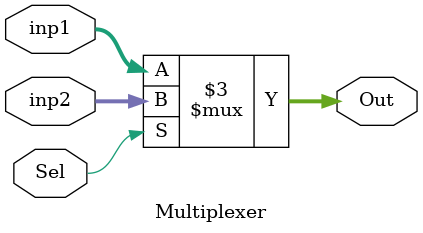
<source format=v>
`timescale 1ns / 1ps


module Multiplexer #(parameter Data_Width = 32)(
    input [Data_Width - 1:0] inp1,
    input [Data_Width - 1:0] inp2,
    input Sel,
    output reg [Data_Width - 1:0] Out
    );
    always @ (inp1, inp2, Sel)
        begin
            if(Sel)
                Out <= inp2;
            else
                Out <= inp1;
        end
endmodule

</source>
